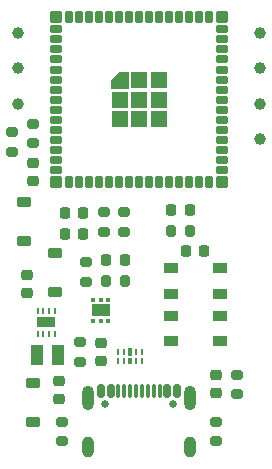
<source format=gbr>
%TF.GenerationSoftware,KiCad,Pcbnew,8.0.8*%
%TF.CreationDate,2025-07-23T19:23:50+02:00*%
%TF.ProjectId,liz_sensor,6c697a5f-7365-46e7-936f-722e6b696361,rev?*%
%TF.SameCoordinates,Original*%
%TF.FileFunction,Soldermask,Top*%
%TF.FilePolarity,Negative*%
%FSLAX46Y46*%
G04 Gerber Fmt 4.6, Leading zero omitted, Abs format (unit mm)*
G04 Created by KiCad (PCBNEW 8.0.8) date 2025-07-23 19:23:50*
%MOMM*%
%LPD*%
G01*
G04 APERTURE LIST*
G04 Aperture macros list*
%AMRoundRect*
0 Rectangle with rounded corners*
0 $1 Rounding radius*
0 $2 $3 $4 $5 $6 $7 $8 $9 X,Y pos of 4 corners*
0 Add a 4 corners polygon primitive as box body*
4,1,4,$2,$3,$4,$5,$6,$7,$8,$9,$2,$3,0*
0 Add four circle primitives for the rounded corners*
1,1,$1+$1,$2,$3*
1,1,$1+$1,$4,$5*
1,1,$1+$1,$6,$7*
1,1,$1+$1,$8,$9*
0 Add four rect primitives between the rounded corners*
20,1,$1+$1,$2,$3,$4,$5,0*
20,1,$1+$1,$4,$5,$6,$7,0*
20,1,$1+$1,$6,$7,$8,$9,0*
20,1,$1+$1,$8,$9,$2,$3,0*%
G04 Aperture macros list end*
%ADD10C,0.010000*%
%ADD11RoundRect,0.200000X-0.275000X0.200000X-0.275000X-0.200000X0.275000X-0.200000X0.275000X0.200000X0*%
%ADD12RoundRect,0.225000X-0.250000X0.225000X-0.250000X-0.225000X0.250000X-0.225000X0.250000X0.225000X0*%
%ADD13C,1.000000*%
%ADD14RoundRect,0.225000X0.375000X-0.225000X0.375000X0.225000X-0.375000X0.225000X-0.375000X-0.225000X0*%
%ADD15RoundRect,0.225000X0.225000X0.250000X-0.225000X0.250000X-0.225000X-0.250000X0.225000X-0.250000X0*%
%ADD16RoundRect,0.102000X-0.400000X-0.200000X0.400000X-0.200000X0.400000X0.200000X-0.400000X0.200000X0*%
%ADD17RoundRect,0.102000X-0.200000X-0.400000X0.200000X-0.400000X0.200000X0.400000X-0.200000X0.400000X0*%
%ADD18RoundRect,0.102000X-0.600000X-0.600000X0.600000X-0.600000X0.600000X0.600000X-0.600000X0.600000X0*%
%ADD19RoundRect,0.102000X-0.400000X-0.400000X0.400000X-0.400000X0.400000X0.400000X-0.400000X0.400000X0*%
%ADD20RoundRect,0.102000X-0.525000X-0.325000X0.525000X-0.325000X0.525000X0.325000X-0.525000X0.325000X0*%
%ADD21RoundRect,0.200000X-0.200000X-0.275000X0.200000X-0.275000X0.200000X0.275000X-0.200000X0.275000X0*%
%ADD22R,0.250000X0.625000*%
%ADD23R,0.450000X0.700000*%
%ADD24R,0.450000X0.575000*%
%ADD25RoundRect,0.225000X-0.375000X0.225000X-0.375000X-0.225000X0.375000X-0.225000X0.375000X0.225000X0*%
%ADD26RoundRect,0.218750X-0.218750X-0.256250X0.218750X-0.256250X0.218750X0.256250X-0.218750X0.256250X0*%
%ADD27RoundRect,0.225000X-0.225000X-0.250000X0.225000X-0.250000X0.225000X0.250000X-0.225000X0.250000X0*%
%ADD28R,0.249999X0.499999*%
%ADD29R,1.599999X0.900001*%
%ADD30C,0.499999*%
%ADD31C,0.650000*%
%ADD32RoundRect,0.150000X-0.150000X-0.425000X0.150000X-0.425000X0.150000X0.425000X-0.150000X0.425000X0*%
%ADD33RoundRect,0.075000X-0.075000X-0.500000X0.075000X-0.500000X0.075000X0.500000X-0.075000X0.500000X0*%
%ADD34O,1.000000X2.100000*%
%ADD35O,1.000000X1.800000*%
%ADD36RoundRect,0.225000X0.250000X-0.225000X0.250000X0.225000X-0.250000X0.225000X-0.250000X-0.225000X0*%
%ADD37R,1.066800X1.803400*%
%ADD38RoundRect,0.093750X-0.106250X0.093750X-0.106250X-0.093750X0.106250X-0.093750X0.106250X0.093750X0*%
%ADD39R,1.600000X1.000000*%
G04 APERTURE END LIST*
D10*
%TO.C,U1*%
X151550000Y-88950000D02*
X150150000Y-88950000D01*
X150150000Y-88200000D01*
X150800000Y-87550000D01*
X151550000Y-87550000D01*
X151550000Y-88950000D01*
G36*
X151550000Y-88950000D02*
G01*
X150150000Y-88950000D01*
X150150000Y-88200000D01*
X150800000Y-87550000D01*
X151550000Y-87550000D01*
X151550000Y-88950000D01*
G37*
%TD*%
D11*
%TO.C,R7*%
X148000000Y-103675000D03*
X148000000Y-105325000D03*
%TD*%
D12*
%TO.C,C5*%
X149250000Y-110475000D03*
X149250000Y-112025000D03*
%TD*%
D13*
%TO.C,GND1*%
X142250000Y-87250000D03*
%TD*%
D11*
%TO.C,R4*%
X147500000Y-110425000D03*
X147500000Y-112075000D03*
%TD*%
D14*
%TO.C,D4*%
X143500000Y-117150000D03*
X143500000Y-113850000D03*
%TD*%
D13*
%TO.C,SDA1*%
X162750000Y-90250000D03*
%TD*%
D15*
%TO.C,C2*%
X147775000Y-101250000D03*
X146225000Y-101250000D03*
%TD*%
%TO.C,C6*%
X151275000Y-103500000D03*
X149725000Y-103500000D03*
%TD*%
D16*
%TO.C,U1*%
X145500000Y-83950000D03*
X145500000Y-84800000D03*
X145500000Y-85650000D03*
X145500000Y-86500000D03*
X145500000Y-87350000D03*
X145500000Y-88200000D03*
X145500000Y-89050000D03*
X145500000Y-89900000D03*
X145500000Y-90750000D03*
X145500000Y-91600000D03*
X145500000Y-92450000D03*
X145500000Y-93300000D03*
X145500000Y-94150000D03*
X145500000Y-95000000D03*
X145500000Y-95850000D03*
D17*
X146550000Y-96900000D03*
X147400000Y-96900000D03*
X148250000Y-96900000D03*
X149100000Y-96900000D03*
X149950000Y-96900000D03*
X150800000Y-96900000D03*
X151650000Y-96900000D03*
X152500000Y-96900000D03*
X153350000Y-96900000D03*
X154200000Y-96900000D03*
X155050000Y-96900000D03*
X155900000Y-96900000D03*
X156750000Y-96900000D03*
X157600000Y-96900000D03*
X158450000Y-96900000D03*
D16*
X159500000Y-95850000D03*
X159500000Y-95000000D03*
X159500000Y-94150000D03*
X159500000Y-93300000D03*
X159500000Y-92450000D03*
X159500000Y-91600000D03*
X159500000Y-90750000D03*
X159500000Y-89900000D03*
X159500000Y-89050000D03*
X159500000Y-88200000D03*
X159500000Y-87350000D03*
X159500000Y-86500000D03*
X159500000Y-85650000D03*
X159500000Y-84800000D03*
X159500000Y-83950000D03*
D17*
X158450000Y-82900000D03*
X157600000Y-82900000D03*
X156750000Y-82900000D03*
X155900000Y-82900000D03*
X155050000Y-82900000D03*
X154200000Y-82900000D03*
X153350000Y-82900000D03*
X152500000Y-82900000D03*
X151650000Y-82900000D03*
X150800000Y-82900000D03*
X149950000Y-82900000D03*
X149100000Y-82900000D03*
X148250000Y-82900000D03*
X147400000Y-82900000D03*
X146550000Y-82900000D03*
D18*
X152500000Y-89900000D03*
X152500000Y-88250000D03*
X154150000Y-88250000D03*
X154150000Y-89900000D03*
X154150000Y-91550000D03*
X152500000Y-91550000D03*
X150850000Y-91550000D03*
X150850000Y-89900000D03*
D19*
X145500000Y-82900000D03*
X145500000Y-96900000D03*
X159500000Y-96900000D03*
X159500000Y-82900000D03*
%TD*%
D20*
%TO.C,RESET1*%
X155175000Y-108175000D03*
X159325000Y-108175000D03*
X155175000Y-110325000D03*
X159325000Y-110325000D03*
%TD*%
D21*
%TO.C,R6*%
X149675000Y-105250000D03*
X151325000Y-105250000D03*
%TD*%
D11*
%TO.C,R1*%
X159000000Y-117175000D03*
X159000000Y-118825000D03*
%TD*%
%TO.C,R11*%
X149500000Y-99425000D03*
X149500000Y-101075000D03*
%TD*%
D22*
%TO.C,U2*%
X152750000Y-111225000D03*
X152250000Y-111225000D03*
D23*
X151750000Y-111262500D03*
D22*
X151250000Y-111225000D03*
X150750000Y-111225000D03*
X150750000Y-112000000D03*
X151250000Y-112000000D03*
D24*
X151750000Y-112025000D03*
D22*
X152250000Y-112000000D03*
X152750000Y-112000000D03*
%TD*%
D11*
%TO.C,R2*%
X146000000Y-117175000D03*
X146000000Y-118825000D03*
%TD*%
D12*
%TO.C,C7*%
X143500000Y-95225000D03*
X143500000Y-96775000D03*
%TD*%
D25*
%TO.C,D1*%
X142750000Y-98600000D03*
X142750000Y-101900000D03*
%TD*%
D12*
%TO.C,C3*%
X159000000Y-113225000D03*
X159000000Y-114775000D03*
%TD*%
D21*
%TO.C,R8*%
X155175000Y-101000000D03*
X156825000Y-101000000D03*
%TD*%
D11*
%TO.C,R3*%
X160750000Y-113175000D03*
X160750000Y-114825000D03*
%TD*%
D14*
%TO.C,D6*%
X145400000Y-106150000D03*
X145400000Y-102850000D03*
%TD*%
D11*
%TO.C,R5*%
X141750000Y-92675000D03*
X141750000Y-94325000D03*
%TD*%
D13*
%TO.C,GND2*%
X162750000Y-93250000D03*
%TD*%
%TO.C,SCL1*%
X162750000Y-87250000D03*
%TD*%
D11*
%TO.C,R10*%
X151250000Y-99425000D03*
X151250000Y-101075000D03*
%TD*%
D26*
%TO.C,D3*%
X155212500Y-99250000D03*
X156787500Y-99250000D03*
%TD*%
D12*
%TO.C,C10*%
X145750000Y-113725000D03*
X145750000Y-115275000D03*
%TD*%
D13*
%TO.C,3V3*%
X162750000Y-84250000D03*
%TD*%
D11*
%TO.C,R9*%
X143500000Y-91925000D03*
X143500000Y-93575000D03*
%TD*%
D27*
%TO.C,C4*%
X156475000Y-102750000D03*
X158025000Y-102750000D03*
%TD*%
D20*
%TO.C,BOOT1*%
X155175000Y-104175000D03*
X159325000Y-104175000D03*
X155175000Y-106325000D03*
X159325000Y-106325000D03*
%TD*%
D13*
%TO.C,GPIO1*%
X142250000Y-90250000D03*
%TD*%
D28*
%TO.C,PS1*%
X145400000Y-107799999D03*
X144900001Y-107799999D03*
X144399999Y-107799999D03*
X143900001Y-107799999D03*
X143900001Y-109700001D03*
X144399999Y-109700001D03*
X144900001Y-109700001D03*
X145400000Y-109700001D03*
D29*
X144650002Y-108750000D03*
D30*
X145049998Y-108750000D03*
X144250000Y-108750000D03*
%TD*%
D13*
%TO.C,12VP1*%
X142250000Y-84250000D03*
%TD*%
D15*
%TO.C,C1*%
X147775000Y-99500000D03*
X146225000Y-99500000D03*
%TD*%
D31*
%TO.C,J1*%
X149610000Y-115645000D03*
X155390000Y-115645000D03*
D32*
X149300000Y-114570000D03*
X150100000Y-114570000D03*
D33*
X151250000Y-114570000D03*
X152250000Y-114570000D03*
X152750000Y-114570000D03*
X153750000Y-114570000D03*
D32*
X154900000Y-114570000D03*
X155700000Y-114570000D03*
X155700000Y-114570000D03*
X154900000Y-114570000D03*
D33*
X154250000Y-114570000D03*
X153250000Y-114570000D03*
X151750000Y-114570000D03*
X150750000Y-114570000D03*
D32*
X150100000Y-114570000D03*
X149300000Y-114570000D03*
D34*
X148180000Y-115145000D03*
D35*
X148180000Y-119325000D03*
D34*
X156820000Y-115145000D03*
D35*
X156820000Y-119325000D03*
%TD*%
D36*
%TO.C,C9*%
X143000000Y-106275000D03*
X143000000Y-104725000D03*
%TD*%
D37*
%TO.C,L2*%
X145677100Y-111500000D03*
X143822900Y-111500000D03*
%TD*%
D38*
%TO.C,U5*%
X149900000Y-106862500D03*
X149250000Y-106862500D03*
X148600000Y-106862500D03*
X148600000Y-108637500D03*
X149250000Y-108637500D03*
X149900000Y-108637500D03*
D39*
X149250000Y-107750000D03*
%TD*%
M02*

</source>
